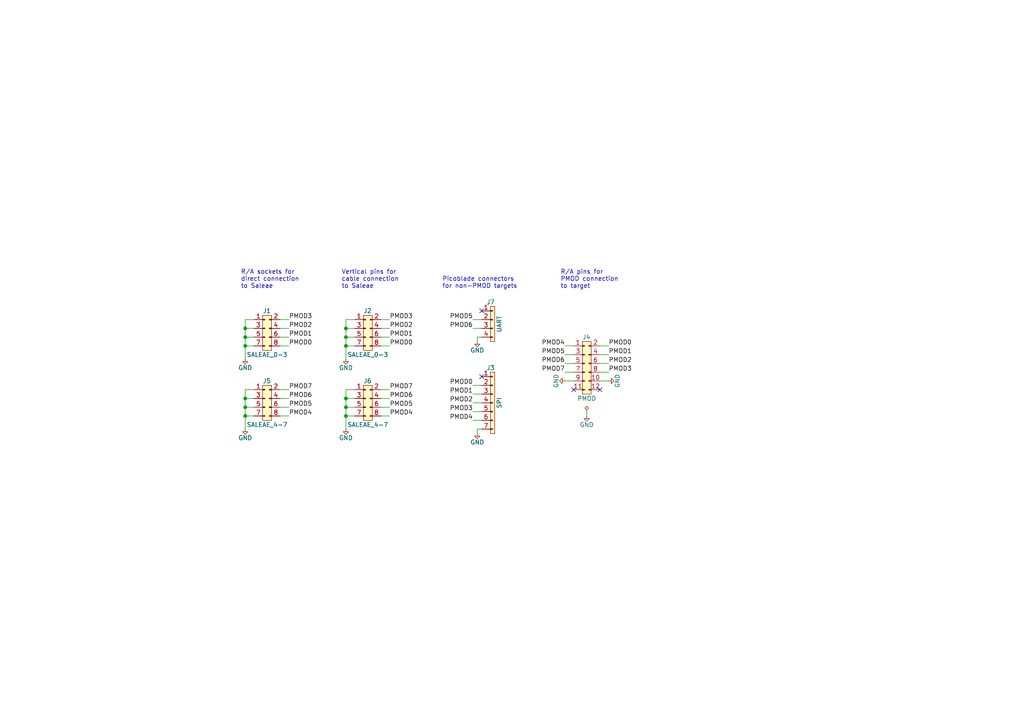
<source format=kicad_sch>
(kicad_sch (version 20230121) (generator eeschema)
  (paper "A4")
  (title_block (title "Saleae Logic to PMOD + Picoblade adapter") (date "2020-07-28") (rev "1"))
  (lib_symbols
    (symbol "pmod_picoblade-rescue:CONN_01x04-agg" (pin_names (offset 0.0254) hide)
      (property "Reference" "J" (at -1.27 2.54 0))
      (property "Value" "agg_CONN_01x04" (at -1.27 -10.16 0))
      (symbol "CONN_01x04-agg_0_1"
        (rectangle (start 0 -7.493) (end -0.635 -7.747) (fill (type outline)))
        (rectangle (start 0 -4.953) (end -0.635 -5.207) (fill (type outline)))
        (rectangle (start 0 -2.413) (end -0.635 -2.667) (fill (type outline)))
        (rectangle (start 0 0.127) (end -0.635 -0.127) (fill (type outline)))
        (rectangle (start 0 1.27) (end -1.27 -8.89) (fill (type background)))
      )
      (symbol "CONN_01x04-agg_1_1"
        (pin passive line (at 2.54 0 180) (length 2.54) (name "1") (number "1"))
        (pin passive line (at 2.54 -2.54 180) (length 2.54) (name "2") (number "2"))
        (pin passive line (at 2.54 -5.08 180) (length 2.54) (name "3") (number "3"))
        (pin passive line (at 2.54 -7.62 180) (length 2.54) (name "4") (number "4"))
      )
    )
    (symbol "pmod_picoblade-rescue:CONN_01x07-agg" (pin_names (offset 0.0254) hide)
      (property "Reference" "J" (at -1.27 2.54 0))
      (property "Value" "agg_CONN_01x07" (at -1.27 -17.78 0))
      (symbol "CONN_01x07-agg_0_1"
        (rectangle (start 0 -15.113) (end -0.635 -15.367) (fill (type outline)))
        (rectangle (start 0 -12.573) (end -0.635 -12.827) (fill (type outline)))
        (rectangle (start 0 -10.033) (end -0.635 -10.287) (fill (type outline)))
        (rectangle (start 0 -7.493) (end -0.635 -7.747) (fill (type outline)))
        (rectangle (start 0 -4.953) (end -0.635 -5.207) (fill (type outline)))
        (rectangle (start 0 -2.413) (end -0.635 -2.667) (fill (type outline)))
        (rectangle (start 0 0.127) (end -0.635 -0.127) (fill (type outline)))
        (rectangle (start 0 1.27) (end -1.27 -16.51) (fill (type background)))
      )
      (symbol "CONN_01x07-agg_1_1"
        (pin passive line (at 2.54 0 180) (length 2.54) (name "1") (number "1"))
        (pin passive line (at 2.54 -2.54 180) (length 2.54) (name "2") (number "2"))
        (pin passive line (at 2.54 -5.08 180) (length 2.54) (name "3") (number "3"))
        (pin passive line (at 2.54 -7.62 180) (length 2.54) (name "4") (number "4"))
        (pin passive line (at 2.54 -10.16 180) (length 2.54) (name "5") (number "5"))
        (pin passive line (at 2.54 -12.7 180) (length 2.54) (name "6") (number "6"))
        (pin passive line (at 2.54 -15.24 180) (length 2.54) (name "7") (number "7"))
      )
    )
    (symbol "pmod_picoblade-rescue:CONN_02x04-agg" (pin_names (offset 0.0254) hide)
      (property "Reference" "J" (at -2.54 2.54 0))
      (property "Value" "agg_CONN_02x04" (at -2.54 -10.16 0))
      (symbol "CONN_02x04-agg_0_1"
        (rectangle (start -2.54 -7.493) (end -1.905 -7.747) (fill (type outline)))
        (rectangle (start -2.54 -4.953) (end -1.905 -5.207) (fill (type outline)))
        (rectangle (start -2.54 -2.413) (end -1.905 -2.667) (fill (type outline)))
        (rectangle (start -2.54 0.127) (end -1.905 -0.127) (fill (type outline)))
        (rectangle (start 0 -7.493) (end -0.635 -7.747) (fill (type outline)))
        (rectangle (start 0 -4.953) (end -0.635 -5.207) (fill (type outline)))
        (rectangle (start 0 -2.413) (end -0.635 -2.667) (fill (type outline)))
        (rectangle (start 0 0.127) (end -0.635 -0.127) (fill (type outline)))
        (rectangle (start 0 1.27) (end -2.54 -8.89) (fill (type background)))
      )
      (symbol "CONN_02x04-agg_1_1"
        (pin passive line (at -5.08 0 0) (length 2.54) (name "1") (number "1"))
        (pin passive line (at 2.54 0 180) (length 2.54) (name "2") (number "2"))
        (pin passive line (at -5.08 -2.54 0) (length 2.54) (name "3") (number "3"))
        (pin passive line (at 2.54 -2.54 180) (length 2.54) (name "4") (number "4"))
        (pin passive line (at -5.08 -5.08 0) (length 2.54) (name "5") (number "5"))
        (pin passive line (at 2.54 -5.08 180) (length 2.54) (name "6") (number "6"))
        (pin passive line (at -5.08 -7.62 0) (length 2.54) (name "7") (number "7"))
        (pin passive line (at 2.54 -7.62 180) (length 2.54) (name "8") (number "8"))
      )
    )
    (symbol "pmod_picoblade-rescue:CONN_02x06-agg" (pin_names (offset 0.0254) hide)
      (property "Reference" "J" (at -2.54 2.54 0))
      (property "Value" "agg_CONN_02x06" (at -2.54 -15.24 0))
      (symbol "CONN_02x06-agg_0_1"
        (rectangle (start -2.54 -12.573) (end -1.905 -12.827) (fill (type outline)))
        (rectangle (start -2.54 -10.033) (end -1.905 -10.287) (fill (type outline)))
        (rectangle (start -2.54 -7.493) (end -1.905 -7.747) (fill (type outline)))
        (rectangle (start -2.54 -4.953) (end -1.905 -5.207) (fill (type outline)))
        (rectangle (start -2.54 -2.413) (end -1.905 -2.667) (fill (type outline)))
        (rectangle (start -2.54 0.127) (end -1.905 -0.127) (fill (type outline)))
        (rectangle (start 0 -12.573) (end -0.635 -12.827) (fill (type outline)))
        (rectangle (start 0 -10.033) (end -0.635 -10.287) (fill (type outline)))
        (rectangle (start 0 -7.493) (end -0.635 -7.747) (fill (type outline)))
        (rectangle (start 0 -4.953) (end -0.635 -5.207) (fill (type outline)))
        (rectangle (start 0 -2.413) (end -0.635 -2.667) (fill (type outline)))
        (rectangle (start 0 0.127) (end -0.635 -0.127) (fill (type outline)))
        (rectangle (start 0 1.27) (end -2.54 -13.97) (fill (type background)))
      )
      (symbol "CONN_02x06-agg_1_1"
        (pin passive line (at -5.08 0 0) (length 2.54) (name "1") (number "1"))
        (pin passive line (at 2.54 -10.16 180) (length 2.54) (name "10") (number "10"))
        (pin passive line (at -5.08 -12.7 0) (length 2.54) (name "11") (number "11"))
        (pin passive line (at 2.54 -12.7 180) (length 2.54) (name "12") (number "12"))
        (pin passive line (at 2.54 0 180) (length 2.54) (name "2") (number "2"))
        (pin passive line (at -5.08 -2.54 0) (length 2.54) (name "3") (number "3"))
        (pin passive line (at 2.54 -2.54 180) (length 2.54) (name "4") (number "4"))
        (pin passive line (at -5.08 -5.08 0) (length 2.54) (name "5") (number "5"))
        (pin passive line (at 2.54 -5.08 180) (length 2.54) (name "6") (number "6"))
        (pin passive line (at -5.08 -7.62 0) (length 2.54) (name "7") (number "7"))
        (pin passive line (at 2.54 -7.62 180) (length 2.54) (name "8") (number "8"))
        (pin passive line (at -5.08 -10.16 0) (length 2.54) (name "9") (number "9"))
      )
    )
    (symbol "pmod_picoblade-rescue:GND-agg" (power) (pin_numbers hide) (pin_names (offset 1.016) hide)
      (property "Value" "GND-agg" (at 0 -2.54 0))
      (symbol "GND-agg_0_1"
        (polyline (pts (xy 0 0) (xy 0 -0.762)))
        (polyline (pts (xy -0.762 -0.762) (xy 0.762 -0.762) (xy 0 -1.524) (xy -0.762 -0.762)) (fill (type background)))
      )
      (symbol "GND-agg_1_1"
        (pin power_in line (at 0 0 180) (length 0) hide (name "GND") (number "1"))
      )
    )
    (symbol "pmod_picoblade-rescue:PWR-agg" (power) (pin_numbers hide) (pin_names (offset 1.016) hide)
      (property "Value" "PWR-agg" (at 0 2.286 0))
      (symbol "PWR-agg_0_1"
        (polyline (pts (xy 0 0.508) (xy -0.508 1.016) (xy 0 1.524) (xy 0.508 1.016) (xy 0 0.508)) (fill (type background)))
      )
      (symbol "PWR-agg_1_1"
        (pin power_out line (at 0 0 90) (length 0.508) (name "pwr") (number "1"))
      )
    )
  )
  (junction (at 100.33 118.11))
  (junction (at 71.12 95.25))
  (junction (at 100.33 100.33))
  (junction (at 71.12 100.33))
  (junction (at 100.33 120.65))
  (junction (at 71.12 118.11))
  (junction (at 71.12 120.65))
  (junction (at 100.33 97.79))
  (junction (at 71.12 97.79))
  (junction (at 100.33 95.25))
  (junction (at 71.12 115.57))
  (junction (at 100.33 115.57))
  (no_connect (at 166.37 113.03))
  (no_connect (at 139.7 109.22))
  (no_connect (at 139.7 90.17))
  (no_connect (at 173.99 113.03))
  (wire (pts (xy 81.28 95.25) (xy 83.82 95.25)))
  (wire (pts (xy 138.43 99.06) (xy 138.43 97.79)))
  (wire (pts (xy 110.49 113.03) (xy 113.03 113.03)))
  (wire (pts (xy 100.33 115.57) (xy 100.33 113.03)))
  (wire (pts (xy 100.33 118.11) (xy 102.87 118.11)))
  (wire (pts (xy 102.87 115.57) (xy 100.33 115.57)))
  (wire (pts (xy 137.16 121.92) (xy 139.7 121.92)))
  (wire (pts (xy 71.12 95.25) (xy 71.12 92.71)))
  (wire (pts (xy 81.28 97.79) (xy 83.82 97.79)))
  (wire (pts (xy 73.66 120.65) (xy 71.12 120.65)))
  (wire (pts (xy 102.87 120.65) (xy 100.33 120.65)))
  (wire (pts (xy 110.49 118.11) (xy 113.03 118.11)))
  (wire (pts (xy 102.87 95.25) (xy 100.33 95.25)))
  (wire (pts (xy 71.12 124.46) (xy 71.12 120.65)))
  (wire (pts (xy 100.33 97.79) (xy 100.33 95.25)))
  (wire (pts (xy 71.12 115.57) (xy 71.12 113.03)))
  (wire (pts (xy 100.33 104.14) (xy 100.33 100.33)))
  (wire (pts (xy 137.16 95.25) (xy 139.7 95.25)))
  (wire (pts (xy 71.12 92.71) (xy 73.66 92.71)))
  (wire (pts (xy 137.16 119.38) (xy 139.7 119.38)))
  (wire (pts (xy 110.49 120.65) (xy 113.03 120.65)))
  (wire (pts (xy 166.37 105.41) (xy 163.83 105.41)))
  (wire (pts (xy 166.37 100.33) (xy 163.83 100.33)))
  (wire (pts (xy 137.16 111.76) (xy 139.7 111.76)))
  (wire (pts (xy 173.99 105.41) (xy 176.53 105.41)))
  (wire (pts (xy 100.33 113.03) (xy 102.87 113.03)))
  (wire (pts (xy 137.16 92.71) (xy 139.7 92.71)))
  (wire (pts (xy 100.33 120.65) (xy 100.33 118.11)))
  (wire (pts (xy 100.33 95.25) (xy 100.33 92.71)))
  (wire (pts (xy 138.43 97.79) (xy 139.7 97.79)))
  (wire (pts (xy 100.33 97.79) (xy 102.87 97.79)))
  (wire (pts (xy 100.33 92.71) (xy 102.87 92.71)))
  (wire (pts (xy 110.49 100.33) (xy 113.03 100.33)))
  (wire (pts (xy 73.66 100.33) (xy 71.12 100.33)))
  (wire (pts (xy 173.99 110.49) (xy 176.53 110.49)))
  (wire (pts (xy 166.37 110.49) (xy 163.83 110.49)))
  (wire (pts (xy 71.12 118.11) (xy 71.12 115.57)))
  (wire (pts (xy 100.33 100.33) (xy 100.33 97.79)))
  (wire (pts (xy 73.66 95.25) (xy 71.12 95.25)))
  (wire (pts (xy 166.37 107.95) (xy 163.83 107.95)))
  (wire (pts (xy 73.66 115.57) (xy 71.12 115.57)))
  (wire (pts (xy 166.37 102.87) (xy 163.83 102.87)))
  (wire (pts (xy 110.49 115.57) (xy 113.03 115.57)))
  (wire (pts (xy 71.12 97.79) (xy 71.12 95.25)))
  (wire (pts (xy 173.99 107.95) (xy 176.53 107.95)))
  (wire (pts (xy 138.43 124.46) (xy 139.7 124.46)))
  (wire (pts (xy 110.49 95.25) (xy 113.03 95.25)))
  (wire (pts (xy 81.28 120.65) (xy 83.82 120.65)))
  (wire (pts (xy 173.99 102.87) (xy 176.53 102.87)))
  (wire (pts (xy 81.28 115.57) (xy 83.82 115.57)))
  (wire (pts (xy 81.28 92.71) (xy 83.82 92.71)))
  (wire (pts (xy 71.12 104.14) (xy 71.12 100.33)))
  (wire (pts (xy 71.12 113.03) (xy 73.66 113.03)))
  (wire (pts (xy 102.87 100.33) (xy 100.33 100.33)))
  (wire (pts (xy 170.18 119.38) (xy 170.18 120.65)))
  (wire (pts (xy 81.28 113.03) (xy 83.82 113.03)))
  (wire (pts (xy 110.49 97.79) (xy 113.03 97.79)))
  (wire (pts (xy 71.12 120.65) (xy 71.12 118.11)))
  (wire (pts (xy 100.33 118.11) (xy 100.33 115.57)))
  (wire (pts (xy 81.28 118.11) (xy 83.82 118.11)))
  (wire (pts (xy 137.16 114.3) (xy 139.7 114.3)))
  (wire (pts (xy 81.28 100.33) (xy 83.82 100.33)))
  (wire (pts (xy 137.16 116.84) (xy 139.7 116.84)))
  (wire (pts (xy 138.43 125.73) (xy 138.43 124.46)))
  (wire (pts (xy 110.49 92.71) (xy 113.03 92.71)))
  (wire (pts (xy 71.12 97.79) (xy 73.66 97.79)))
  (wire (pts (xy 173.99 100.33) (xy 176.53 100.33)))
  (wire (pts (xy 71.12 118.11) (xy 73.66 118.11)))
  (wire (pts (xy 100.33 124.46) (xy 100.33 120.65)))
  (wire (pts (xy 71.12 100.33) (xy 71.12 97.79)))
  (text "Vertical pins for\ncable connection\nto Saleae" (at 99.06 83.82 0) (effects (font (size 1.27 1.27)) (justify left bottom)))
  (text "R/A pins for\nPMOD connection\nto target" (at 162.56 83.82 0) (effects (font (size 1.27 1.27)) (justify left bottom)))
  (text "Picoblade connectors\nfor non-PMOD targets" (at 128.27 83.82 0) (effects (font (size 1.27 1.27)) (justify left bottom)))
  (text "R/A sockets for\ndirect connection\nto Saleae" (at 69.85 83.82 0) (effects (font (size 1.27 1.27)) (justify left bottom)))
  (label "PMOD5" (at 83.82 118.11 0))
  (label "PMOD6" (at 137.16 95.25 180))
  (label "PMOD3" (at 113.03 92.71 0))
  (label "PMOD7" (at 113.03 113.03 0))
  (label "PMOD6" (at 113.03 115.57 0))
  (label "PMOD4" (at 137.16 121.92 180))
  (label "PMOD3" (at 83.82 92.71 0))
  (label "PMOD1" (at 113.03 97.79 0))
  (label "PMOD1" (at 83.82 97.79 0))
  (label "PMOD6" (at 83.82 115.57 0))
  (label "PMOD1" (at 176.53 102.87 0))
  (label "PMOD2" (at 113.03 95.25 0))
  (label "PMOD1" (at 137.16 114.3 180))
  (label "PMOD5" (at 137.16 92.71 180))
  (label "PMOD2" (at 137.16 116.84 180))
  (label "PMOD5" (at 113.03 118.11 0))
  (label "PMOD0" (at 137.16 111.76 180))
  (label "PMOD2" (at 83.82 95.25 0))
  (label "PMOD3" (at 137.16 119.38 180))
  (label "PMOD2" (at 176.53 105.41 0))
  (label "PMOD5" (at 163.83 102.87 180))
  (label "PMOD3" (at 176.53 107.95 0))
  (label "PMOD6" (at 163.83 105.41 180))
  (label "PMOD0" (at 176.53 100.33 0))
  (label "PMOD4" (at 163.83 100.33 180))
  (label "PMOD4" (at 113.03 120.65 0))
  (label "PMOD0" (at 113.03 100.33 0))
  (label "PMOD7" (at 83.82 113.03 0))
  (label "PMOD4" (at 83.82 120.65 0))
  (label "PMOD0" (at 83.82 100.33 0))
  (label "PMOD7" (at 163.83 107.95 180))
  (symbol (lib_id "pmod_picoblade-rescue:CONN_02x06-agg") (at 171.45 100.33 0) (unit 1)
    (property "Reference" "J4" (at 168.91 97.79 0) (effects (justify left)))
    (property "Value" "PMOD" (at 170.18 115.57 0))
    (property "Footprint" "agg:DIL-254P-12" (effects hide))
    (property "Farnell" "2032721" (effects hide))
  )
  (symbol (lib_id "pmod_picoblade-rescue:GND-agg") (at 163.83 110.49 270) (unit 1)
    (property "Reference" "#PWR05" (effects hide))
    (property "Value" "GND" (at 161.29 110.49 0))
  )
  (symbol (lib_id "pmod_picoblade-rescue:GND-agg") (at 176.53 110.49 90) (unit 1)
    (property "Reference" "#PWR06" (effects hide))
    (property "Value" "GND" (at 179.07 110.49 0))
  )
  (symbol (lib_id "pmod_picoblade-rescue:CONN_02x04-agg") (at 107.95 92.71 0) (unit 1)
    (property "Reference" "J2" (at 105.41 90.17 0) (effects (justify left)))
    (property "Value" "SALEAE_0-3" (at 106.68 102.87 0))
    (property "Footprint" "agg:DIL-254P-08" (effects hide))
    (property "Farnell" "2856692" (effects hide))
  )
  (symbol (lib_id "pmod_picoblade-rescue:CONN_02x04-agg") (at 107.95 113.03 0) (unit 1)
    (property "Reference" "J6" (at 105.41 110.49 0) (effects (justify left)))
    (property "Value" "SALEAE_4-7" (at 106.68 123.19 0))
    (property "Footprint" "agg:DIL-254P-08" (effects hide))
    (property "Farnell" "2856692" (effects hide))
  )
  (symbol (lib_id "pmod_picoblade-rescue:GND-agg") (at 100.33 104.14 0) (unit 1)
    (property "Reference" "#PWR04" (effects hide))
    (property "Value" "GND" (at 100.33 106.68 0))
  )
  (symbol (lib_id "pmod_picoblade-rescue:PWR-agg") (at 170.18 119.38 0) (unit 1)
    (property "Reference" "#FLG0102" (effects hide))
    (property "Value" "PWR" (effects hide))
  )
  (symbol (lib_id "pmod_picoblade-rescue:GND-agg") (at 170.18 120.65 0) (unit 1)
    (property "Reference" "#PWR0103" (effects hide))
    (property "Value" "GND" (at 170.18 123.19 0))
  )
  (symbol (lib_id "pmod_picoblade-rescue:GND-agg") (at 100.33 124.46 0) (unit 1)
    (property "Reference" "#PWR012" (effects hide))
    (property "Value" "GND" (at 100.33 127 0))
  )
  (symbol (lib_id "pmod_picoblade-rescue:CONN_01x07-agg") (at 142.24 109.22 0) (mirror y) (unit 1)
    (property "Reference" "J3" (at 143.51 106.68 0) (effects (justify left)))
    (property "Value" "SPI" (at 144.78 116.84 90))
    (property "Footprint" "agg:MOLEX-PICOBLADE-53398-0771" (effects hide))
    (property "Farnell" "9786368" (effects hide))
  )
  (symbol (lib_id "pmod_picoblade-rescue:GND-agg") (at 138.43 125.73 0) (unit 1)
    (property "Reference" "#PWR010" (effects hide))
    (property "Value" "GND" (at 138.43 128.27 0))
  )
  (symbol (lib_id "pmod_picoblade-rescue:CONN_02x04-agg") (at 78.74 92.71 0) (unit 1)
    (property "Reference" "J1" (at 76.2 90.17 0) (effects (justify left)))
    (property "Value" "SALEAE_0-3" (at 77.47 102.87 0))
    (property "Footprint" "agg:DIL-254P-08" (effects hide))
    (property "Farnell" "1668343" (effects hide))
  )
  (symbol (lib_id "pmod_picoblade-rescue:CONN_02x04-agg") (at 78.74 113.03 0) (unit 1)
    (property "Reference" "J5" (at 76.2 110.49 0) (effects (justify left)))
    (property "Value" "SALEAE_4-7" (at 77.47 123.19 0))
    (property "Footprint" "agg:DIL-254P-08" (effects hide))
    (property "Farnell" "1668343" (effects hide))
  )
  (symbol (lib_id "pmod_picoblade-rescue:GND-agg") (at 71.12 104.14 0) (unit 1)
    (property "Reference" "#PWR03" (effects hide))
    (property "Value" "GND" (at 71.12 106.68 0))
  )
  (symbol (lib_id "pmod_picoblade-rescue:GND-agg") (at 71.12 124.46 0) (unit 1)
    (property "Reference" "#PWR011" (effects hide))
    (property "Value" "GND" (at 71.12 127 0))
  )
  (symbol (lib_id "pmod_picoblade-rescue:CONN_01x04-agg") (at 142.24 90.17 0) (mirror y) (unit 1)
    (property "Reference" "J7" (at 143.51 87.63 0) (effects (justify left)))
    (property "Value" "UART" (at 144.78 93.98 90))
    (property "Footprint" "agg:MOLEX-PICOBLADE-53398-0471" (effects hide))
    (property "Farnell" "1125367" (effects hide))
  )
  (symbol (lib_id "pmod_picoblade-rescue:GND-agg") (at 138.43 99.06 0) (unit 1)
    (property "Reference" "#PWR0102" (effects hide))
    (property "Value" "GND" (at 138.43 101.6 0))
  )
)
</source>
